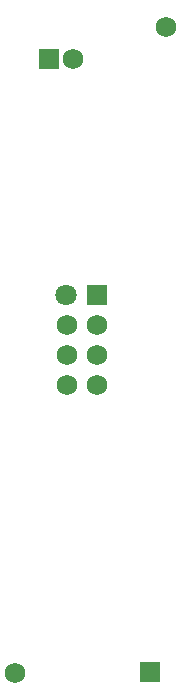
<source format=gbr>
%TF.GenerationSoftware,KiCad,Pcbnew,7.0.10*%
%TF.CreationDate,2024-01-17T09:49:44+08:00*%
%TF.ProjectId,Photon_Power_Zero_PCB_r1,50686f74-6f6e-45f5-906f-7765725f5a65,rev?*%
%TF.SameCoordinates,Original*%
%TF.FileFunction,Paste,Bot*%
%TF.FilePolarity,Positive*%
%FSLAX46Y46*%
G04 Gerber Fmt 4.6, Leading zero omitted, Abs format (unit mm)*
G04 Created by KiCad (PCBNEW 7.0.10) date 2024-01-17 09:49:44*
%MOMM*%
%LPD*%
G01*
G04 APERTURE LIST*
%ADD10C,1.750000*%
%ADD11R,1.800000X1.800000*%
%ADD12C,1.800000*%
G04 APERTURE END LIST*
D10*
%TO.C,*%
X170730000Y-109960000D03*
%TD*%
%TO.C,*%
X168190000Y-107420000D03*
%TD*%
%TO.C,*%
X168190000Y-109960000D03*
%TD*%
%TO.C,*%
X168760000Y-82370000D03*
%TD*%
%TO.C,*%
X168190000Y-104880000D03*
%TD*%
%TO.C,*%
X170730000Y-107420000D03*
%TD*%
%TO.C,*%
X170730000Y-104880000D03*
%TD*%
%TO.C,*%
X176605000Y-79620000D03*
%TD*%
D11*
%TO.C,*%
X166660000Y-82360000D03*
%TD*%
D10*
%TO.C,*%
X163790000Y-134330000D03*
%TD*%
D11*
%TO.C,REF\u002A\u002A*%
X175220000Y-134280000D03*
%TD*%
%TO.C,REF\u002A\u002A*%
X170730000Y-102340000D03*
%TD*%
D12*
%TO.C,REF\u002A\u002A*%
X168180000Y-102350000D03*
%TD*%
M02*

</source>
